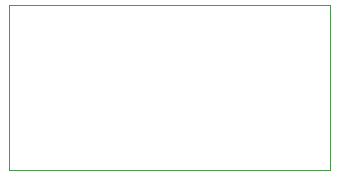
<source format=gbr>
%TF.GenerationSoftware,KiCad,Pcbnew,7.0.7*%
%TF.CreationDate,2023-10-29T23:30:44-04:00*%
%TF.ProjectId,Pixel_Boost2,50697865-6c5f-4426-9f6f-7374322e6b69,v2*%
%TF.SameCoordinates,Original*%
%TF.FileFunction,Profile,NP*%
%FSLAX46Y46*%
G04 Gerber Fmt 4.6, Leading zero omitted, Abs format (unit mm)*
G04 Created by KiCad (PCBNEW 7.0.7) date 2023-10-29 23:30:44*
%MOMM*%
%LPD*%
G01*
G04 APERTURE LIST*
%TA.AperFunction,Profile*%
%ADD10C,0.100000*%
%TD*%
G04 APERTURE END LIST*
D10*
X137575000Y-106000000D02*
X164790000Y-106000000D01*
X164790000Y-106000000D02*
X164790000Y-120000000D01*
X164790000Y-120000000D02*
X137575000Y-120000000D01*
X137575000Y-120000000D02*
X137575000Y-106000000D01*
M02*

</source>
